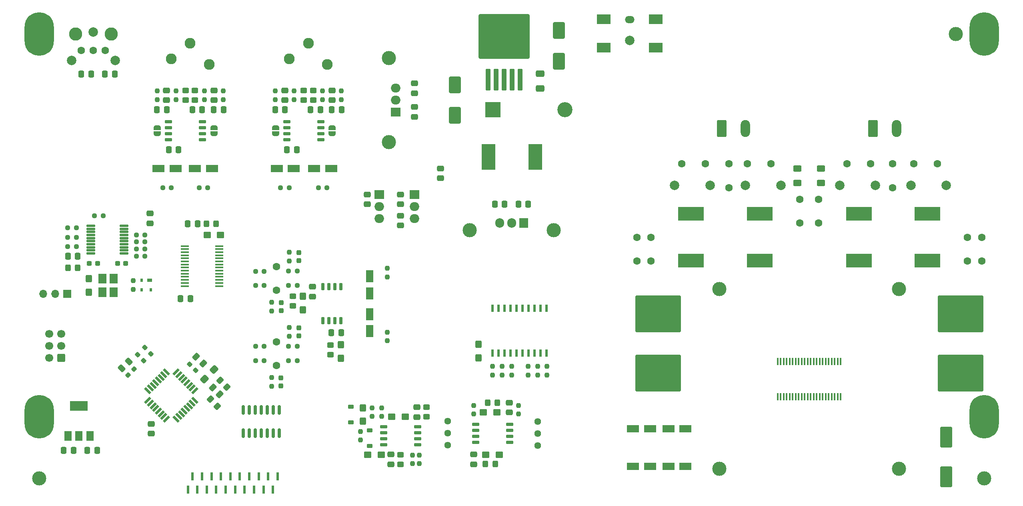
<source format=gbr>
%TF.GenerationSoftware,KiCad,Pcbnew,7.0.5-0*%
%TF.CreationDate,2024-02-04T17:51:19+01:00*%
%TF.ProjectId,AmplifierBoard,416d706c-6966-4696-9572-426f6172642e,rev?*%
%TF.SameCoordinates,Original*%
%TF.FileFunction,Soldermask,Top*%
%TF.FilePolarity,Negative*%
%FSLAX46Y46*%
G04 Gerber Fmt 4.6, Leading zero omitted, Abs format (unit mm)*
G04 Created by KiCad (PCBNEW 7.0.5-0) date 2024-02-04 17:51:19*
%MOMM*%
%LPD*%
G01*
G04 APERTURE LIST*
G04 Aperture macros list*
%AMRoundRect*
0 Rectangle with rounded corners*
0 $1 Rounding radius*
0 $2 $3 $4 $5 $6 $7 $8 $9 X,Y pos of 4 corners*
0 Add a 4 corners polygon primitive as box body*
4,1,4,$2,$3,$4,$5,$6,$7,$8,$9,$2,$3,0*
0 Add four circle primitives for the rounded corners*
1,1,$1+$1,$2,$3*
1,1,$1+$1,$4,$5*
1,1,$1+$1,$6,$7*
1,1,$1+$1,$8,$9*
0 Add four rect primitives between the rounded corners*
20,1,$1+$1,$2,$3,$4,$5,0*
20,1,$1+$1,$4,$5,$6,$7,0*
20,1,$1+$1,$6,$7,$8,$9,0*
20,1,$1+$1,$8,$9,$2,$3,0*%
%AMRotRect*
0 Rectangle, with rotation*
0 The origin of the aperture is its center*
0 $1 length*
0 $2 width*
0 $3 Rotation angle, in degrees counterclockwise*
0 Add horizontal line*
21,1,$1,$2,0,0,$3*%
%AMFreePoly0*
4,1,19,0.500000,-0.750000,0.000000,-0.750000,0.000000,-0.744911,-0.071157,-0.744911,-0.207708,-0.704816,-0.327430,-0.627875,-0.420627,-0.520320,-0.479746,-0.390866,-0.500000,-0.250000,-0.500000,0.250000,-0.479746,0.390866,-0.420627,0.520320,-0.327430,0.627875,-0.207708,0.704816,-0.071157,0.744911,0.000000,0.744911,0.000000,0.750000,0.500000,0.750000,0.500000,-0.750000,0.500000,-0.750000,
$1*%
%AMFreePoly1*
4,1,19,0.000000,0.744911,0.071157,0.744911,0.207708,0.704816,0.327430,0.627875,0.420627,0.520320,0.479746,0.390866,0.500000,0.250000,0.500000,-0.250000,0.479746,-0.390866,0.420627,-0.520320,0.327430,-0.627875,0.207708,-0.704816,0.071157,-0.744911,0.000000,-0.744911,0.000000,-0.750000,-0.500000,-0.750000,-0.500000,0.750000,0.000000,0.750000,0.000000,0.744911,0.000000,0.744911,
$1*%
G04 Aperture macros list end*
%ADD10C,2.000000*%
%ADD11RoundRect,0.250000X0.537500X0.425000X-0.537500X0.425000X-0.537500X-0.425000X0.537500X-0.425000X0*%
%ADD12C,2.286000*%
%ADD13C,1.600000*%
%ADD14RoundRect,0.250000X0.337500X0.475000X-0.337500X0.475000X-0.337500X-0.475000X0.337500X-0.475000X0*%
%ADD15RoundRect,0.237500X-0.250000X-0.237500X0.250000X-0.237500X0.250000X0.237500X-0.250000X0.237500X0*%
%ADD16R,1.500000X2.000000*%
%ADD17R,3.800000X2.000000*%
%ADD18RoundRect,0.250000X0.548008X0.088388X0.088388X0.548008X-0.548008X-0.088388X-0.088388X-0.548008X0*%
%ADD19RoundRect,0.250000X-0.337500X-0.475000X0.337500X-0.475000X0.337500X0.475000X-0.337500X0.475000X0*%
%ADD20RoundRect,0.250000X0.450000X-0.325000X0.450000X0.325000X-0.450000X0.325000X-0.450000X-0.325000X0*%
%ADD21O,6.200000X9.200000*%
%ADD22RoundRect,0.150000X-0.150000X0.825000X-0.150000X-0.825000X0.150000X-0.825000X0.150000X0.825000X0*%
%ADD23RoundRect,0.250000X-0.574524X-0.097227X-0.097227X-0.574524X0.574524X0.097227X0.097227X0.574524X0*%
%ADD24RoundRect,0.150000X0.650000X0.150000X-0.650000X0.150000X-0.650000X-0.150000X0.650000X-0.150000X0*%
%ADD25RoundRect,0.250000X0.325000X0.450000X-0.325000X0.450000X-0.325000X-0.450000X0.325000X-0.450000X0*%
%ADD26C,3.000000*%
%ADD27RoundRect,0.225000X-0.375000X0.225000X-0.375000X-0.225000X0.375000X-0.225000X0.375000X0.225000X0*%
%ADD28RoundRect,0.250000X-0.475000X0.337500X-0.475000X-0.337500X0.475000X-0.337500X0.475000X0.337500X0*%
%ADD29RoundRect,0.237500X0.300000X0.237500X-0.300000X0.237500X-0.300000X-0.237500X0.300000X-0.237500X0*%
%ADD30RoundRect,0.237500X0.250000X0.237500X-0.250000X0.237500X-0.250000X-0.237500X0.250000X-0.237500X0*%
%ADD31RoundRect,0.237500X-0.237500X0.250000X-0.237500X-0.250000X0.237500X-0.250000X0.237500X0.250000X0*%
%ADD32R,5.400000X2.900000*%
%ADD33RoundRect,0.237500X-0.344715X0.008839X0.008839X-0.344715X0.344715X-0.008839X-0.008839X0.344715X0*%
%ADD34O,2.000000X1.500000*%
%ADD35R,3.000000X2.000000*%
%ADD36RoundRect,0.250000X-0.325000X-0.450000X0.325000X-0.450000X0.325000X0.450000X-0.325000X0.450000X0*%
%ADD37RoundRect,0.250000X-1.050000X-0.550000X1.050000X-0.550000X1.050000X0.550000X-1.050000X0.550000X0*%
%ADD38R,3.200000X3.200000*%
%ADD39O,3.200000X3.200000*%
%ADD40FreePoly0,270.000000*%
%ADD41FreePoly1,270.000000*%
%ADD42RoundRect,0.250000X-0.450000X0.325000X-0.450000X-0.325000X0.450000X-0.325000X0.450000X0.325000X0*%
%ADD43RoundRect,0.250000X0.475000X-0.337500X0.475000X0.337500X-0.475000X0.337500X-0.475000X-0.337500X0*%
%ADD44C,2.800000*%
%ADD45RoundRect,0.237500X0.344715X-0.008839X-0.008839X0.344715X-0.344715X0.008839X0.008839X-0.344715X0*%
%ADD46RoundRect,0.237500X-0.237500X0.300000X-0.237500X-0.300000X0.237500X-0.300000X0.237500X0.300000X0*%
%ADD47R,1.000000X0.700000*%
%ADD48R,0.600000X0.700000*%
%ADD49R,2.000000X1.905000*%
%ADD50O,2.000000X1.905000*%
%ADD51RoundRect,0.250000X0.097227X-0.574524X0.574524X-0.097227X-0.097227X0.574524X-0.574524X0.097227X0*%
%ADD52C,1.440000*%
%ADD53RoundRect,0.225000X0.375000X-0.225000X0.375000X0.225000X-0.375000X0.225000X-0.375000X-0.225000X0*%
%ADD54R,1.750000X0.450000*%
%ADD55RoundRect,0.250000X-0.750000X-1.550000X0.750000X-1.550000X0.750000X1.550000X-0.750000X1.550000X0*%
%ADD56O,2.000000X3.600000*%
%ADD57R,1.800000X2.100000*%
%ADD58RoundRect,0.125000X-0.825000X-0.125000X0.825000X-0.125000X0.825000X0.125000X-0.825000X0.125000X0*%
%ADD59RoundRect,0.250000X-0.425000X0.537500X-0.425000X-0.537500X0.425000X-0.537500X0.425000X0.537500X0*%
%ADD60RoundRect,0.237500X0.237500X-0.250000X0.237500X0.250000X-0.237500X0.250000X-0.237500X-0.250000X0*%
%ADD61RoundRect,0.250000X0.425000X-0.537500X0.425000X0.537500X-0.425000X0.537500X-0.425000X-0.537500X0*%
%ADD62RoundRect,0.250000X-0.625000X0.400000X-0.625000X-0.400000X0.625000X-0.400000X0.625000X0.400000X0*%
%ADD63RoundRect,0.250000X-0.079550X-0.680590X0.680590X0.079550X0.079550X0.680590X-0.680590X-0.079550X0*%
%ADD64RoundRect,0.250000X-0.548008X-0.088388X-0.088388X-0.548008X0.548008X0.088388X0.088388X0.548008X0*%
%ADD65RoundRect,0.237500X0.008839X0.344715X-0.344715X-0.008839X-0.008839X-0.344715X0.344715X0.008839X0*%
%ADD66RoundRect,0.250000X-0.537500X-0.425000X0.537500X-0.425000X0.537500X0.425000X-0.537500X0.425000X0*%
%ADD67R,0.600000X1.500000*%
%ADD68RoundRect,0.250000X0.550000X-1.050000X0.550000X1.050000X-0.550000X1.050000X-0.550000X-1.050000X0*%
%ADD69R,1.905000X2.000000*%
%ADD70O,1.905000X2.000000*%
%ADD71R,1.700000X1.700000*%
%ADD72O,1.700000X1.700000*%
%ADD73RoundRect,0.249998X-4.550002X3.650002X-4.550002X-3.650002X4.550002X-3.650002X4.550002X3.650002X0*%
%ADD74RoundRect,0.250000X-0.550000X1.050000X-0.550000X-1.050000X0.550000X-1.050000X0.550000X1.050000X0*%
%ADD75RoundRect,0.250000X0.300000X-2.050000X0.300000X2.050000X-0.300000X2.050000X-0.300000X-2.050000X0*%
%ADD76RoundRect,0.250002X5.149998X-4.449998X5.149998X4.449998X-5.149998X4.449998X-5.149998X-4.449998X0*%
%ADD77R,0.600000X1.800000*%
%ADD78RoundRect,0.150000X-0.150000X0.650000X-0.150000X-0.650000X0.150000X-0.650000X0.150000X0.650000X0*%
%ADD79RoundRect,0.250000X-1.000000X1.500000X-1.000000X-1.500000X1.000000X-1.500000X1.000000X1.500000X0*%
%ADD80RoundRect,0.250000X-1.000000X1.950000X-1.000000X-1.950000X1.000000X-1.950000X1.000000X1.950000X0*%
%ADD81RoundRect,0.250000X0.600000X0.600000X-0.600000X0.600000X-0.600000X-0.600000X0.600000X-0.600000X0*%
%ADD82C,1.700000*%
%ADD83R,2.900000X5.400000*%
%ADD84RotRect,1.600000X0.550000X45.000000*%
%ADD85RotRect,1.600000X0.550000X135.000000*%
%ADD86RoundRect,0.250000X-0.650000X0.412500X-0.650000X-0.412500X0.650000X-0.412500X0.650000X0.412500X0*%
%ADD87RoundRect,0.250000X1.000000X-1.500000X1.000000X1.500000X-1.000000X1.500000X-1.000000X-1.500000X0*%
%ADD88RoundRect,0.100000X0.100000X-0.687500X0.100000X0.687500X-0.100000X0.687500X-0.100000X-0.687500X0*%
G04 APERTURE END LIST*
D10*
%TO.C,C26*%
X242000000Y-88000000D03*
X234500000Y-88000000D03*
%TD*%
D11*
%TO.C,C83*%
X122437500Y-145000000D03*
X119562500Y-145000000D03*
%TD*%
D12*
%TO.C,J3*%
X107000000Y-58000000D03*
X103000000Y-61250000D03*
X111000000Y-62500000D03*
%TD*%
D10*
%TO.C,C25*%
X227000000Y-88000000D03*
X219500000Y-88000000D03*
%TD*%
D13*
%TO.C,C29*%
X215000000Y-96000000D03*
X215000000Y-91000000D03*
%TD*%
D14*
%TO.C,C56*%
X113937500Y-119200000D03*
X111862500Y-119200000D03*
%TD*%
D15*
%TO.C,R28*%
X56087500Y-99000000D03*
X57912500Y-99000000D03*
%TD*%
D16*
%TO.C,U10*%
X56162500Y-141000000D03*
X58462500Y-141000000D03*
D17*
X58462500Y-134700000D03*
D16*
X60762500Y-141000000D03*
%TD*%
D18*
%TO.C,L16*%
X89724784Y-130724784D03*
X88275216Y-129275216D03*
%TD*%
D19*
%TO.C,C66*%
X102462500Y-80500000D03*
X104537500Y-80500000D03*
%TD*%
D20*
%TO.C,L12*%
X126500000Y-147025000D03*
X126500000Y-144975000D03*
%TD*%
D21*
%TO.C,H2*%
X250000000Y-56000000D03*
%TD*%
D22*
%TO.C,U17*%
X100810000Y-135525000D03*
X99540000Y-135525000D03*
X98270000Y-135525000D03*
X97000000Y-135525000D03*
X95730000Y-135525000D03*
X94460000Y-135525000D03*
X93190000Y-135525000D03*
X93190000Y-140475000D03*
X94460000Y-140475000D03*
X95730000Y-140475000D03*
X97000000Y-140475000D03*
X98270000Y-140475000D03*
X99540000Y-140475000D03*
X100810000Y-140475000D03*
%TD*%
D23*
%TO.C,C89*%
X86766377Y-130766377D03*
X88233623Y-132233623D03*
%TD*%
D15*
%TO.C,R26*%
X56087500Y-101000000D03*
X57912500Y-101000000D03*
%TD*%
D24*
%TO.C,U11*%
X109637500Y-78405000D03*
X109637500Y-77135000D03*
X109637500Y-75865000D03*
X109637500Y-74595000D03*
X102437500Y-74595000D03*
X102437500Y-75865000D03*
X102437500Y-77135000D03*
X102437500Y-78405000D03*
%TD*%
D25*
%TO.C,L14*%
X146525000Y-147000000D03*
X144475000Y-147000000D03*
%TD*%
D26*
%TO.C,HS5*%
X124000000Y-61110000D03*
X124000000Y-78890000D03*
%TD*%
D13*
%TO.C,C27*%
X226000000Y-83500000D03*
X221000000Y-83500000D03*
%TD*%
D27*
%TO.C,D3*%
X120000000Y-139850000D03*
X120000000Y-143150000D03*
%TD*%
D28*
%TO.C,C60*%
X119500000Y-89962500D03*
X119500000Y-92037500D03*
%TD*%
D29*
%TO.C,C54*%
X62362500Y-104500000D03*
X60637500Y-104500000D03*
%TD*%
D30*
%TO.C,R9*%
X97637500Y-106200000D03*
X95812500Y-106200000D03*
%TD*%
D31*
%TO.C,R46*%
X120500000Y-135087500D03*
X120500000Y-136912500D03*
%TD*%
D19*
%TO.C,C35*%
X146462500Y-92000000D03*
X148537500Y-92000000D03*
%TD*%
D20*
%TO.C,L8*%
X111700000Y-123825000D03*
X111700000Y-121775000D03*
%TD*%
D32*
%TO.C,L4*%
X238000000Y-103950000D03*
X238000000Y-94050000D03*
%TD*%
D28*
%TO.C,C58*%
X107900000Y-109462500D03*
X107900000Y-111537500D03*
%TD*%
D19*
%TO.C,C44*%
X79962500Y-112000000D03*
X82037500Y-112000000D03*
%TD*%
D33*
%TO.C,R1*%
X72354765Y-122354765D03*
X73645235Y-123645235D03*
%TD*%
D30*
%TO.C,R23*%
X72412500Y-103000000D03*
X70587500Y-103000000D03*
%TD*%
D34*
%TO.C,J1*%
X175000000Y-53000000D03*
D10*
X175000000Y-57400000D03*
D35*
X180500000Y-52900000D03*
X180500000Y-58900000D03*
X169500000Y-58900000D03*
X169500000Y-52900000D03*
%TD*%
D30*
%TO.C,R40*%
X102950000Y-88500000D03*
X101125000Y-88500000D03*
%TD*%
D19*
%TO.C,C55*%
X63962500Y-64500000D03*
X66037500Y-64500000D03*
%TD*%
D36*
%TO.C,L9*%
X56112500Y-105500000D03*
X58162500Y-105500000D03*
%TD*%
D37*
%TO.C,C31*%
X183200000Y-139500000D03*
X186800000Y-139500000D03*
%TD*%
D38*
%TO.C,D1*%
X146050000Y-72000000D03*
D39*
X161290000Y-72000000D03*
%TD*%
D40*
%TO.C,JP3*%
X100037500Y-75850000D03*
D41*
X100037500Y-77150000D03*
%TD*%
D13*
%TO.C,C20*%
X204900000Y-83500000D03*
X199900000Y-83500000D03*
%TD*%
D20*
%TO.C,L13*%
X132000000Y-137000000D03*
X132000000Y-134950000D03*
%TD*%
D30*
%TO.C,R22*%
X72412500Y-101500000D03*
X70587500Y-101500000D03*
%TD*%
D28*
%TO.C,C80*%
X124500000Y-144962500D03*
X124500000Y-147037500D03*
%TD*%
D42*
%TO.C,L7*%
X103700000Y-111475000D03*
X103700000Y-113525000D03*
%TD*%
D28*
%TO.C,C88*%
X73750000Y-138462500D03*
X73750000Y-140537500D03*
%TD*%
D21*
%TO.C,H1*%
X50000000Y-56000000D03*
%TD*%
D13*
%TO.C,C24*%
X249500000Y-99000000D03*
X249500000Y-104000000D03*
%TD*%
D31*
%TO.C,R49*%
X153500000Y-126337500D03*
X153500000Y-128162500D03*
%TD*%
D43*
%TO.C,C85*%
X149500000Y-136037500D03*
X149500000Y-133962500D03*
%TD*%
D10*
%TO.C,J2*%
X56900000Y-61600000D03*
D44*
X57750000Y-56000000D03*
D10*
X61500000Y-55600000D03*
D44*
X65250000Y-56000000D03*
D10*
X66100000Y-61600000D03*
D13*
X58960000Y-59500000D03*
X61500000Y-59500000D03*
X64040000Y-59500000D03*
%TD*%
D31*
%TO.C,R53*%
X151500000Y-134587500D03*
X151500000Y-136412500D03*
%TD*%
D25*
%TO.C,L15*%
X147025000Y-134000000D03*
X144975000Y-134000000D03*
%TD*%
D45*
%TO.C,R56*%
X83145235Y-127145235D03*
X81854765Y-125854765D03*
%TD*%
D30*
%TO.C,R21*%
X72412500Y-100000000D03*
X70587500Y-100000000D03*
%TD*%
D26*
%TO.C,HS1*%
X194000000Y-110000000D03*
X194000000Y-148000000D03*
X232000000Y-110000000D03*
X232000000Y-148000000D03*
%TD*%
D15*
%TO.C,R29*%
X56087500Y-97000000D03*
X57912500Y-97000000D03*
%TD*%
D42*
%TO.C,L10*%
X106000000Y-67975000D03*
X106000000Y-70025000D03*
%TD*%
D19*
%TO.C,C97*%
X58962500Y-64500000D03*
X61037500Y-64500000D03*
%TD*%
D12*
%TO.C,J4*%
X82000000Y-58000000D03*
X78000000Y-61250000D03*
X86000000Y-62500000D03*
%TD*%
D46*
%TO.C,C46*%
X105000000Y-118175000D03*
X105000000Y-119900000D03*
%TD*%
D43*
%TO.C,C81*%
X130000000Y-137012500D03*
X130000000Y-134937500D03*
%TD*%
D47*
%TO.C,U8*%
X73450000Y-108100000D03*
D48*
X71750000Y-108100000D03*
X71750000Y-110100000D03*
X73650000Y-110100000D03*
%TD*%
D28*
%TO.C,C73*%
X77000000Y-67962500D03*
X77000000Y-70037500D03*
%TD*%
D13*
%TO.C,C19*%
X191000000Y-83500000D03*
X186000000Y-83500000D03*
%TD*%
D31*
%TO.C,R54*%
X142000000Y-134587500D03*
X142000000Y-136412500D03*
%TD*%
D49*
%TO.C,U14*%
X125500000Y-72540000D03*
D50*
X125500000Y-70000000D03*
X125500000Y-67460000D03*
%TD*%
D43*
%TO.C,C38*%
X126500000Y-96537500D03*
X126500000Y-94462500D03*
%TD*%
D30*
%TO.C,R20*%
X104637500Y-125100000D03*
X102812500Y-125100000D03*
%TD*%
D37*
%TO.C,C32*%
X175700000Y-139500000D03*
X179300000Y-139500000D03*
%TD*%
D31*
%TO.C,R48*%
X155500000Y-126337500D03*
X155500000Y-128162500D03*
%TD*%
%TO.C,R43*%
X130500000Y-145087500D03*
X130500000Y-146912500D03*
%TD*%
D51*
%TO.C,C91*%
X67500000Y-126733623D03*
X68967246Y-125266377D03*
%TD*%
D19*
%TO.C,C68*%
X77462500Y-80500000D03*
X79537500Y-80500000D03*
%TD*%
D52*
%TO.C,RV2*%
X136500000Y-143000000D03*
X136500000Y-140460000D03*
X136500000Y-137920000D03*
%TD*%
D13*
%TO.C,C22*%
X196000000Y-88500000D03*
X196000000Y-83500000D03*
%TD*%
D53*
%TO.C,D2*%
X116000000Y-138150000D03*
X116000000Y-134850000D03*
%TD*%
D54*
%TO.C,U5*%
X80900000Y-100875000D03*
X80900000Y-101525000D03*
X80900000Y-102175000D03*
X80900000Y-102825000D03*
X80900000Y-103475000D03*
X80900000Y-104125000D03*
X80900000Y-104775000D03*
X80900000Y-105425000D03*
X80900000Y-106075000D03*
X80900000Y-106725000D03*
X80900000Y-107375000D03*
X80900000Y-108025000D03*
X80900000Y-108675000D03*
X80900000Y-109325000D03*
X88100000Y-109325000D03*
X88100000Y-108675000D03*
X88100000Y-108025000D03*
X88100000Y-107375000D03*
X88100000Y-106725000D03*
X88100000Y-106075000D03*
X88100000Y-105425000D03*
X88100000Y-104775000D03*
X88100000Y-104125000D03*
X88100000Y-103475000D03*
X88100000Y-102825000D03*
X88100000Y-102175000D03*
X88100000Y-101525000D03*
X88100000Y-100875000D03*
%TD*%
D46*
%TO.C,C43*%
X105000000Y-102237500D03*
X105000000Y-103962500D03*
%TD*%
D21*
%TO.C,H4*%
X250000000Y-137000000D03*
%TD*%
D14*
%TO.C,C49*%
X83537500Y-96200000D03*
X81462500Y-96200000D03*
%TD*%
D25*
%TO.C,L6*%
X87450000Y-96200000D03*
X85400000Y-96200000D03*
%TD*%
D26*
%TO.C,FID3*%
X244000000Y-56000000D03*
%TD*%
D55*
%TO.C,J5*%
X194500000Y-76000000D03*
D56*
X199500000Y-76000000D03*
%TD*%
D57*
%TO.C,Y1*%
X65750000Y-110650000D03*
X65750000Y-107750000D03*
X63450000Y-107750000D03*
X63450000Y-110650000D03*
%TD*%
D30*
%TO.C,R39*%
X85712500Y-88500000D03*
X83887500Y-88500000D03*
%TD*%
D58*
%TO.C,U6*%
X61000000Y-96575000D03*
X61000000Y-97225000D03*
X61000000Y-97875000D03*
X61000000Y-98525000D03*
X61000000Y-99175000D03*
X61000000Y-99825000D03*
X61000000Y-100475000D03*
X61000000Y-101125000D03*
X61000000Y-101775000D03*
X61000000Y-102425000D03*
X68000000Y-102425000D03*
X68000000Y-101775000D03*
X68000000Y-101125000D03*
X68000000Y-100475000D03*
X68000000Y-99825000D03*
X68000000Y-99175000D03*
X68000000Y-98525000D03*
X68000000Y-97875000D03*
X68000000Y-97225000D03*
X68000000Y-96575000D03*
%TD*%
D59*
%TO.C,C76*%
X143000000Y-121662500D03*
X143000000Y-124537500D03*
%TD*%
D28*
%TO.C,C84*%
X142000000Y-144962500D03*
X142000000Y-147037500D03*
%TD*%
D60*
%TO.C,R31*%
X110000000Y-69912500D03*
X110000000Y-68087500D03*
%TD*%
D61*
%TO.C,C59*%
X105800000Y-114337500D03*
X105800000Y-111462500D03*
%TD*%
D31*
%TO.C,R34*%
X89000000Y-68087500D03*
X89000000Y-69912500D03*
%TD*%
D52*
%TO.C,RV1*%
X155500000Y-143040000D03*
X155500000Y-140500000D03*
X155500000Y-137960000D03*
%TD*%
D59*
%TO.C,C57*%
X113900000Y-121762500D03*
X113900000Y-124637500D03*
%TD*%
D31*
%TO.C,R45*%
X122500000Y-135087500D03*
X122500000Y-136912500D03*
%TD*%
D13*
%TO.C,C15*%
X176500000Y-99000000D03*
X176500000Y-104000000D03*
%TD*%
D62*
%TO.C,R5*%
X215500000Y-84450000D03*
X215500000Y-87550000D03*
%TD*%
D63*
%TO.C,C90*%
X84983534Y-129016466D03*
X87016466Y-126983534D03*
%TD*%
D26*
%TO.C,FID1*%
X50000000Y-150000000D03*
%TD*%
D64*
%TO.C,L18*%
X86275216Y-133275216D03*
X87724784Y-134724784D03*
%TD*%
D37*
%TO.C,C75*%
X75287500Y-84500000D03*
X78887500Y-84500000D03*
%TD*%
D40*
%TO.C,JP2*%
X112037500Y-75850000D03*
D41*
X112037500Y-77150000D03*
%TD*%
D60*
%TO.C,R35*%
X85000000Y-69912500D03*
X85000000Y-68087500D03*
%TD*%
D65*
%TO.C,R55*%
X70145235Y-126854765D03*
X68854765Y-128145235D03*
%TD*%
D13*
%TO.C,C21*%
X211000000Y-91000000D03*
X211000000Y-96000000D03*
%TD*%
D14*
%TO.C,C63*%
X57300000Y-144100000D03*
X55225000Y-144100000D03*
%TD*%
D49*
%TO.C,U3*%
X129500000Y-90000000D03*
D50*
X129500000Y-92540000D03*
X129500000Y-95080000D03*
%TD*%
D66*
%TO.C,C86*%
X144062500Y-136000000D03*
X146937500Y-136000000D03*
%TD*%
D67*
%TO.C,U12*%
X157435000Y-114000000D03*
X156165000Y-114000000D03*
X154895000Y-114000000D03*
X153625000Y-114000000D03*
X152355000Y-114000000D03*
X151085000Y-114000000D03*
X149815000Y-114000000D03*
X148545000Y-114000000D03*
X147275000Y-114000000D03*
X146005000Y-114000000D03*
X146005000Y-123500000D03*
X147275000Y-123500000D03*
X148545000Y-123500000D03*
X149815000Y-123500000D03*
X151085000Y-123500000D03*
X152355000Y-123500000D03*
X153625000Y-123500000D03*
X154895000Y-123500000D03*
X156165000Y-123500000D03*
X157435000Y-123500000D03*
%TD*%
D31*
%TO.C,R30*%
X114000000Y-68087500D03*
X114000000Y-69912500D03*
%TD*%
D68*
%TO.C,C99*%
X120000000Y-110887500D03*
X120000000Y-107287500D03*
%TD*%
D62*
%TO.C,R4*%
X210500000Y-84450000D03*
X210500000Y-87550000D03*
%TD*%
D40*
%TO.C,JP5*%
X75000000Y-75850000D03*
D41*
X75000000Y-77150000D03*
%TD*%
D31*
%TO.C,R17*%
X103000000Y-118125000D03*
X103000000Y-119950000D03*
%TD*%
%TO.C,R52*%
X146000000Y-126337500D03*
X146000000Y-128162500D03*
%TD*%
D32*
%TO.C,L2*%
X202500000Y-103950000D03*
X202500000Y-94050000D03*
%TD*%
D31*
%TO.C,R13*%
X99225000Y-112787500D03*
X99225000Y-114612500D03*
%TD*%
D29*
%TO.C,C53*%
X68362500Y-104500000D03*
X66637500Y-104500000D03*
%TD*%
D69*
%TO.C,U2*%
X152540000Y-96000000D03*
D70*
X150000000Y-96000000D03*
X147460000Y-96000000D03*
%TD*%
D46*
%TO.C,C42*%
X101225000Y-112837500D03*
X101225000Y-114562500D03*
%TD*%
D13*
%TO.C,C45*%
X100225000Y-121100000D03*
X100225000Y-126100000D03*
%TD*%
D66*
%TO.C,C87*%
X144562500Y-145000000D03*
X147437500Y-145000000D03*
%TD*%
%TO.C,C48*%
X85562500Y-98500000D03*
X88437500Y-98500000D03*
%TD*%
D60*
%TO.C,R57*%
X123700000Y-107412500D03*
X123700000Y-105587500D03*
%TD*%
D10*
%TO.C,C17*%
X192000000Y-88000000D03*
X184500000Y-88000000D03*
%TD*%
D30*
%TO.C,R11*%
X104637500Y-106190000D03*
X102812500Y-106190000D03*
%TD*%
D31*
%TO.C,R51*%
X148000000Y-126337500D03*
X148000000Y-128162500D03*
%TD*%
D30*
%TO.C,R19*%
X104637500Y-122100000D03*
X102812500Y-122100000D03*
%TD*%
D31*
%TO.C,R36*%
X75000000Y-68087500D03*
X75000000Y-69912500D03*
%TD*%
D26*
%TO.C,FID2*%
X250000000Y-150000000D03*
%TD*%
D19*
%TO.C,C96*%
X74962500Y-72000000D03*
X77037500Y-72000000D03*
%TD*%
D31*
%TO.C,R58*%
X123700000Y-119087500D03*
X123700000Y-120912500D03*
%TD*%
D71*
%TO.C,J9*%
X56000000Y-111000000D03*
D72*
X53460000Y-111000000D03*
X50920000Y-111000000D03*
%TD*%
D59*
%TO.C,C51*%
X60500000Y-107762500D03*
X60500000Y-110637500D03*
%TD*%
D30*
%TO.C,R27*%
X63550000Y-94500000D03*
X61725000Y-94500000D03*
%TD*%
D73*
%TO.C,C6*%
X245000000Y-115250000D03*
X245000000Y-127750000D03*
%TD*%
D43*
%TO.C,C77*%
X129500000Y-73537500D03*
X129500000Y-71462500D03*
%TD*%
D74*
%TO.C,C100*%
X120000000Y-115287500D03*
X120000000Y-118887500D03*
%TD*%
D75*
%TO.C,U4*%
X145030000Y-65650000D03*
X146730000Y-65650000D03*
X148430000Y-65650000D03*
D76*
X148430000Y-56500000D03*
D75*
X150130000Y-65650000D03*
X151830000Y-65650000D03*
%TD*%
D37*
%TO.C,C34*%
X183200000Y-147500000D03*
X186800000Y-147500000D03*
%TD*%
D30*
%TO.C,R16*%
X97637500Y-125110000D03*
X95812500Y-125110000D03*
%TD*%
D40*
%TO.C,JP4*%
X87000000Y-75850000D03*
D41*
X87000000Y-77150000D03*
%TD*%
D43*
%TO.C,C52*%
X73500000Y-96037500D03*
X73500000Y-93962500D03*
%TD*%
D10*
%TO.C,C18*%
X207000000Y-88000000D03*
X199500000Y-88000000D03*
%TD*%
D77*
%TO.C,J7*%
X81500000Y-152400000D03*
X82500000Y-149600000D03*
X83500000Y-152400000D03*
X84500000Y-149600000D03*
X85500000Y-152400000D03*
X86500000Y-149600000D03*
X87500000Y-152400000D03*
X88500000Y-149600000D03*
X89500000Y-152400000D03*
X90500000Y-149600000D03*
X91500000Y-152400000D03*
X92500000Y-149600000D03*
X93500000Y-152400000D03*
X94500000Y-149600000D03*
X95500000Y-152400000D03*
X96500000Y-149600000D03*
X97500000Y-152400000D03*
X98500000Y-149600000D03*
X99500000Y-152400000D03*
X100500000Y-149600000D03*
%TD*%
D13*
%TO.C,C16*%
X179500000Y-99000000D03*
X179500000Y-104000000D03*
%TD*%
D30*
%TO.C,R41*%
X110950000Y-88500000D03*
X109125000Y-88500000D03*
%TD*%
D46*
%TO.C,C47*%
X101200000Y-128737500D03*
X101200000Y-130462500D03*
%TD*%
D20*
%TO.C,L11*%
X108000000Y-70025000D03*
X108000000Y-67975000D03*
%TD*%
D37*
%TO.C,C71*%
X100325000Y-84500000D03*
X103925000Y-84500000D03*
%TD*%
D14*
%TO.C,C36*%
X153537500Y-92000000D03*
X151462500Y-92000000D03*
%TD*%
D26*
%TO.C,HS2*%
X141110000Y-97500000D03*
X158890000Y-97500000D03*
%TD*%
D14*
%TO.C,C62*%
X62300000Y-144100000D03*
X60225000Y-144100000D03*
%TD*%
D42*
%TO.C,L21*%
X81000000Y-67975000D03*
X81000000Y-70025000D03*
%TD*%
D19*
%TO.C,C94*%
X99962500Y-72000000D03*
X102037500Y-72000000D03*
%TD*%
D31*
%TO.C,R32*%
X100000000Y-68087500D03*
X100000000Y-69912500D03*
%TD*%
D24*
%TO.C,U13*%
X84600000Y-78405000D03*
X84600000Y-77135000D03*
X84600000Y-75865000D03*
X84600000Y-74595000D03*
X77400000Y-74595000D03*
X77400000Y-75865000D03*
X77400000Y-77135000D03*
X77400000Y-78405000D03*
%TD*%
D78*
%TO.C,U7*%
X113905000Y-109487500D03*
X112635000Y-109487500D03*
X111365000Y-109487500D03*
X110095000Y-109487500D03*
X110095000Y-116687500D03*
X111365000Y-116687500D03*
X112635000Y-116687500D03*
X113905000Y-116687500D03*
%TD*%
D31*
%TO.C,R14*%
X103000000Y-102187500D03*
X103000000Y-104012500D03*
%TD*%
D33*
%TO.C,R2*%
X70854765Y-123854765D03*
X72145235Y-125145235D03*
%TD*%
D14*
%TO.C,C67*%
X109537500Y-72000000D03*
X107462500Y-72000000D03*
%TD*%
%TO.C,C95*%
X89037500Y-72000000D03*
X86962500Y-72000000D03*
%TD*%
D31*
%TO.C,R50*%
X150000000Y-126337500D03*
X150000000Y-128162500D03*
%TD*%
D79*
%TO.C,C39*%
X138050000Y-66750000D03*
X138050000Y-73250000D03*
%TD*%
D60*
%TO.C,R44*%
X118000000Y-141912500D03*
X118000000Y-140087500D03*
%TD*%
D30*
%TO.C,R24*%
X72412500Y-98500000D03*
X70587500Y-98500000D03*
%TD*%
D28*
%TO.C,C64*%
X112000000Y-67962500D03*
X112000000Y-70037500D03*
%TD*%
D13*
%TO.C,C23*%
X246500000Y-99000000D03*
X246500000Y-104000000D03*
%TD*%
D28*
%TO.C,C70*%
X102000000Y-67962500D03*
X102000000Y-70037500D03*
%TD*%
%TO.C,C78*%
X129500000Y-66462500D03*
X129500000Y-68537500D03*
%TD*%
D80*
%TO.C,C11*%
X242000000Y-141300000D03*
X242000000Y-149700000D03*
%TD*%
D37*
%TO.C,C33*%
X175700000Y-147500000D03*
X179300000Y-147500000D03*
%TD*%
D13*
%TO.C,C28*%
X240100000Y-83500000D03*
X235100000Y-83500000D03*
%TD*%
D37*
%TO.C,C65*%
X108237500Y-84500000D03*
X111837500Y-84500000D03*
%TD*%
D13*
%TO.C,C41*%
X100225000Y-105200000D03*
X100225000Y-110200000D03*
%TD*%
D55*
%TO.C,J6*%
X226500000Y-76000000D03*
D56*
X231500000Y-76000000D03*
%TD*%
D81*
%TO.C,J8*%
X54727500Y-124545000D03*
D82*
X52187500Y-124545000D03*
X54727500Y-122005000D03*
X52187500Y-122005000D03*
X54727500Y-119465000D03*
X52187500Y-119465000D03*
%TD*%
D83*
%TO.C,L5*%
X145100000Y-82000000D03*
X155000000Y-82000000D03*
%TD*%
D49*
%TO.C,U9*%
X122000000Y-89960000D03*
D50*
X122000000Y-92500000D03*
X122000000Y-95040000D03*
%TD*%
D28*
%TO.C,C72*%
X87000000Y-67962500D03*
X87000000Y-70037500D03*
%TD*%
D13*
%TO.C,C30*%
X230600000Y-83500000D03*
X230600000Y-88500000D03*
%TD*%
D37*
%TO.C,C74*%
X83000000Y-84500000D03*
X86600000Y-84500000D03*
%TD*%
D60*
%TO.C,R42*%
X129000000Y-146912500D03*
X129000000Y-145087500D03*
%TD*%
D30*
%TO.C,R15*%
X97637500Y-122100000D03*
X95812500Y-122100000D03*
%TD*%
D73*
%TO.C,C3*%
X181000000Y-115250000D03*
X181000000Y-127750000D03*
%TD*%
D60*
%TO.C,R33*%
X104000000Y-69912500D03*
X104000000Y-68087500D03*
%TD*%
D66*
%TO.C,C82*%
X124625000Y-137000000D03*
X127500000Y-137000000D03*
%TD*%
D30*
%TO.C,R12*%
X104637500Y-109200000D03*
X102812500Y-109200000D03*
%TD*%
D84*
%TO.C,U18*%
X73014897Y-133525305D03*
X73580583Y-134090990D03*
X74146268Y-134656676D03*
X74711953Y-135222361D03*
X75277639Y-135788047D03*
X75843324Y-136353732D03*
X76409010Y-136919417D03*
X76974695Y-137485103D03*
D85*
X79025305Y-137485103D03*
X79590990Y-136919417D03*
X80156676Y-136353732D03*
X80722361Y-135788047D03*
X81288047Y-135222361D03*
X81853732Y-134656676D03*
X82419417Y-134090990D03*
X82985103Y-133525305D03*
D84*
X82985103Y-131474695D03*
X82419417Y-130909010D03*
X81853732Y-130343324D03*
X81288047Y-129777639D03*
X80722361Y-129211953D03*
X80156676Y-128646268D03*
X79590990Y-128080583D03*
X79025305Y-127514897D03*
D85*
X76974695Y-127514897D03*
X76409010Y-128080583D03*
X75843324Y-128646268D03*
X75277639Y-129211953D03*
X74711953Y-129777639D03*
X74146268Y-130343324D03*
X73580583Y-130909010D03*
X73014897Y-131474695D03*
%TD*%
D32*
%TO.C,L1*%
X188000000Y-103950000D03*
X188000000Y-94050000D03*
%TD*%
D31*
%TO.C,R18*%
X99200000Y-128687500D03*
X99200000Y-130512500D03*
%TD*%
%TO.C,R47*%
X157500000Y-126337500D03*
X157500000Y-128162500D03*
%TD*%
D60*
%TO.C,R25*%
X69900000Y-110012500D03*
X69900000Y-108187500D03*
%TD*%
D14*
%TO.C,C50*%
X58175000Y-103000000D03*
X56100000Y-103000000D03*
%TD*%
D21*
%TO.C,H3*%
X50000000Y-137000000D03*
%TD*%
D14*
%TO.C,C69*%
X84537500Y-72000000D03*
X82462500Y-72000000D03*
%TD*%
D86*
%TO.C,C40*%
X156050000Y-64437500D03*
X156050000Y-67562500D03*
%TD*%
D32*
%TO.C,L3*%
X223500000Y-103950000D03*
X223500000Y-94050000D03*
%TD*%
D24*
%TO.C,U15*%
X149600000Y-142405000D03*
X149600000Y-141135000D03*
X149600000Y-139865000D03*
X149600000Y-138595000D03*
X142400000Y-138595000D03*
X142400000Y-139865000D03*
X142400000Y-141135000D03*
X142400000Y-142405000D03*
%TD*%
D60*
%TO.C,R37*%
X79000000Y-69912500D03*
X79000000Y-68087500D03*
%TD*%
D20*
%TO.C,L20*%
X83000000Y-70025000D03*
X83000000Y-67975000D03*
%TD*%
D87*
%TO.C,C98*%
X160050000Y-61750000D03*
X160050000Y-55250000D03*
%TD*%
D88*
%TO.C,U1*%
X206332500Y-132712500D03*
X206967500Y-132712500D03*
X207602500Y-132712500D03*
X208237500Y-132712500D03*
X208872500Y-132712500D03*
X209507500Y-132712500D03*
X210142500Y-132712500D03*
X210777500Y-132712500D03*
X211412500Y-132712500D03*
X212047500Y-132712500D03*
X212682500Y-132712500D03*
X213317500Y-132712500D03*
X213952500Y-132712500D03*
X214587500Y-132712500D03*
X215222500Y-132712500D03*
X215857500Y-132712500D03*
X216492500Y-132712500D03*
X217127500Y-132712500D03*
X217762500Y-132712500D03*
X218397500Y-132712500D03*
X219032500Y-132712500D03*
X219667500Y-132712500D03*
X219667500Y-125287500D03*
X219032500Y-125287500D03*
X218397500Y-125287500D03*
X217762500Y-125287500D03*
X217127500Y-125287500D03*
X216492500Y-125287500D03*
X215857500Y-125287500D03*
X215222500Y-125287500D03*
X214587500Y-125287500D03*
X213952500Y-125287500D03*
X213317500Y-125287500D03*
X212682500Y-125287500D03*
X212047500Y-125287500D03*
X211412500Y-125287500D03*
X210777500Y-125287500D03*
X210142500Y-125287500D03*
X209507500Y-125287500D03*
X208872500Y-125287500D03*
X208237500Y-125287500D03*
X207602500Y-125287500D03*
X206967500Y-125287500D03*
X206332500Y-125287500D03*
%TD*%
D14*
%TO.C,C93*%
X114037500Y-72000000D03*
X111962500Y-72000000D03*
%TD*%
D61*
%TO.C,C79*%
X118500000Y-137937500D03*
X118500000Y-135062500D03*
%TD*%
D30*
%TO.C,R38*%
X78000000Y-88500000D03*
X76175000Y-88500000D03*
%TD*%
D28*
%TO.C,C61*%
X126500000Y-89962500D03*
X126500000Y-92037500D03*
%TD*%
D30*
%TO.C,R10*%
X97637500Y-109200000D03*
X95812500Y-109200000D03*
%TD*%
D23*
%TO.C,C92*%
X83266377Y-124266377D03*
X84733623Y-125733623D03*
%TD*%
D24*
%TO.C,U16*%
X130100000Y-142905000D03*
X130100000Y-141635000D03*
X130100000Y-140365000D03*
X130100000Y-139095000D03*
X122900000Y-139095000D03*
X122900000Y-140365000D03*
X122900000Y-141635000D03*
X122900000Y-142905000D03*
%TD*%
D43*
%TO.C,C37*%
X135000000Y-86537500D03*
X135000000Y-84462500D03*
%TD*%
M02*

</source>
